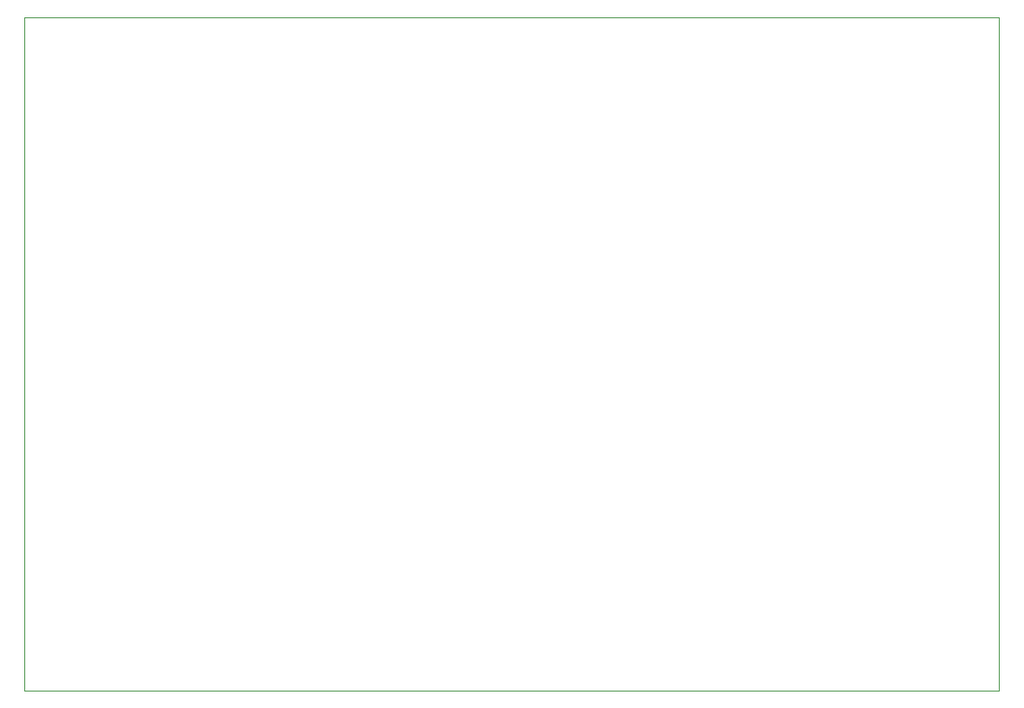
<source format=gbr>
%TF.GenerationSoftware,KiCad,Pcbnew,8.0.1*%
%TF.CreationDate,2024-04-22T23:19:20-07:00*%
%TF.ProjectId,ThrottleControlBoard,5468726f-7474-46c6-9543-6f6e74726f6c,rev?*%
%TF.SameCoordinates,Original*%
%TF.FileFunction,Profile,NP*%
%FSLAX46Y46*%
G04 Gerber Fmt 4.6, Leading zero omitted, Abs format (unit mm)*
G04 Created by KiCad (PCBNEW 8.0.1) date 2024-04-22 23:19:20*
%MOMM*%
%LPD*%
G01*
G04 APERTURE LIST*
%TA.AperFunction,Profile*%
%ADD10C,0.050000*%
%TD*%
G04 APERTURE END LIST*
D10*
X-4030000Y5550000D02*
X91050000Y5550000D01*
X91050000Y-60190000D01*
X-4030000Y-60190000D01*
X-4030000Y5550000D01*
M02*

</source>
